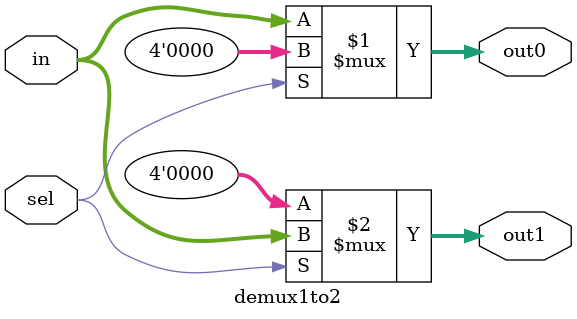
<source format=v>
module demux1to2 (
    input  wire sel,
    input  wire [3:0] in,
    output wire [3:0] out0,
    output wire [3:0] out1
);
    assign out0 = sel ? 4'b0000 : in;
    assign out1 = sel ? in : 4'b0000;
endmodule

</source>
